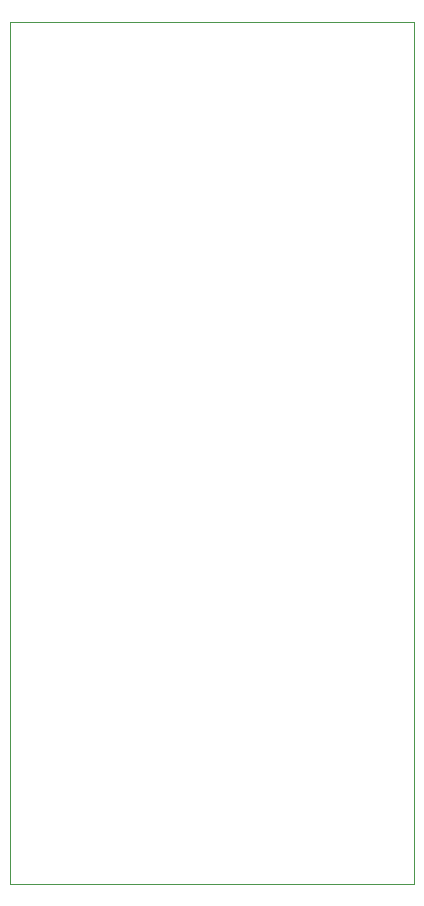
<source format=gm1>
%TF.GenerationSoftware,KiCad,Pcbnew,7.0.1*%
%TF.CreationDate,2023-06-06T18:12:30-03:00*%
%TF.ProjectId,HLI-C_main,484c492d-435f-46d6-9169-6e2e6b696361,rev?*%
%TF.SameCoordinates,Original*%
%TF.FileFunction,Profile,NP*%
%FSLAX46Y46*%
G04 Gerber Fmt 4.6, Leading zero omitted, Abs format (unit mm)*
G04 Created by KiCad (PCBNEW 7.0.1) date 2023-06-06 18:12:30*
%MOMM*%
%LPD*%
G01*
G04 APERTURE LIST*
%TA.AperFunction,Profile*%
%ADD10C,0.050000*%
%TD*%
G04 APERTURE END LIST*
D10*
X175656850Y-16789400D02*
X209829400Y-16789400D01*
X209829400Y-89773400D01*
X175656850Y-89773400D01*
X175656850Y-16789400D01*
M02*

</source>
